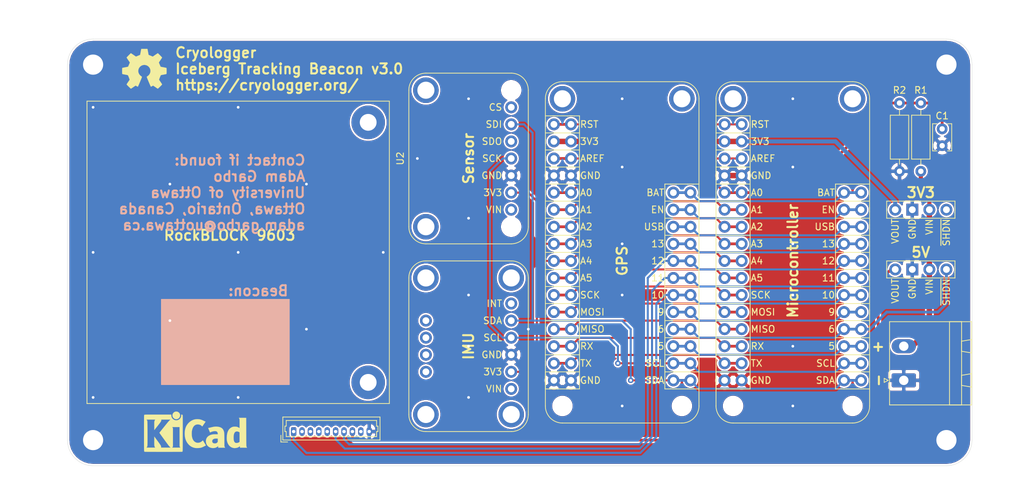
<source format=kicad_pcb>
(kicad_pcb (version 20171130) (host pcbnew "(5.1.9-0-10_14)")
  (layers (0 F.Cu signal) (31 B.Cu signal) (34 B.Paste user) (35 F.Paste user) (36 B.SilkS user) (37 F.SilkS user) (38 B.Mask user) (39 F.Mask user) (44 Edge.Cuts user))
  (net 0 "")
  (net 1 /RST)
  (net 2 /SCL)
  (net 3 /SDA)
  (net 4 /BAT)
  (net 5 /USB)
  (net 6 /EN)
  (net 7 /A4)
  (net 8 /MOSI)
  (net 9 /SCK)
  (net 10 /A5)
  (net 11 /RX0)
  (net 12 /MISO)
  (net 13 /TX1)
  (net 14 /A3)
  (net 15 /AREF)
  (net 16 /A0)
  (net 17 /A2)
  (net 18 /A1)
  (net 19 GND)
  (net 20 +BATT)
  (net 21 /D5)
  (net 22 /D9)
  (net 23 /D6)
  (net 24 /D10)
  (net 25 /D11)
  (net 26 /D13)
  (net 27 /D12)
  (net 28 /5V)
  (net 29 +3V3)
  (module Symbol:OSHW-Symbol_6.7x6mm_SilkScreen (layer F.Cu) (at 118.11 53.975)
    (fp_text reference REF** hide)
    (fp_text value OSHW-Symbol_6.7x6mm_SilkScreen hide)
  )
  (module Symbol:KiCad-Logo_6mm_SilkScreen (layer F.Cu) (at 125.73 107.95)
    (fp_text reference REF** hide)
    (fp_text value KiCad-Logo_6mm_SilkScreen hide)
  )
  (module Cryologger:RockBLOCK_9603_Footprint (layer F.Cu) (at 132.08 81.28 180)
    (fp_text reference U8)
    (fp_text value RockBLOCK_Footprint)
    (pad "" thru_hole circle (at -19.35 19.35 180) (size 4.99999 4.99999) (drill 2.5) (layers *.Cu *.Mask))
    (pad "" thru_hole circle (at -19.35 -19.35 180) (size 4.99999 4.99999) (drill 2.5) (layers *.Cu *.Mask))
  )
  (module Cryologger:Adafruit_Feather_Header_Double (layer F.Cu) (at 189.23 81.28)
    (fp_text reference U3)
    (fp_text value Adafruit_Feather_Header)
    (fp_text user RST (at -6.35 -19.05) (layer F.SilkS) (effects (justify left)))
    (fp_text user 3V3 (at -6.35 -16.51) (layer F.SilkS) (effects (justify left)))
    (fp_text user GND (at -6.35 -11.43) (layer F.SilkS) (effects (justify left)))
    (fp_text user BAT (at 6.35 -8.89) (layer F.SilkS) (effects (justify right)))
    (fp_text user EN (at 6.35 -6.35) (layer F.SilkS) (effects (justify right)))
    (fp_text user USB (at 6.35 -3.81) (layer F.SilkS) (effects (justify right)))
    (fp_text user SCL (at 6.35 16.51) (layer F.SilkS) (effects (justify right)))
    (fp_text user SDA (at 6.35 19.05) (layer F.SilkS) (effects (justify right)))
    (fp_text user TX (at -6.35 16.51) (layer F.SilkS) (effects (justify left)))
    (fp_text user RX (at -6.35 13.97) (layer F.SilkS) (effects (justify left)))
    (fp_text user MISO (at -6.35 11.43) (layer F.SilkS) (effects (justify left)))
    (fp_text user MOSI (at -6.35 8.89) (layer F.SilkS) (effects (justify left)))
    (fp_text user SCK (at -6.35 6.35) (layer F.SilkS) (effects (justify left)))
    (fp_text user AREF (at -6.35 -13.97) (layer F.SilkS) (effects (justify left)))
    (fp_text user A0 (at -6.35 -8.89) (layer F.SilkS) (effects (justify left)))
    (fp_text user A1 (at -6.35 -6.35) (layer F.SilkS) (effects (justify left)))
    (fp_text user A2 (at -6.35 -3.81) (layer F.SilkS) (effects (justify left)))
    (fp_text user A3 (at -6.35 -1.27) (layer F.SilkS) (effects (justify left)))
    (fp_text user A4 (at -6.35 1.27) (layer F.SilkS) (effects (justify left)))
    (fp_text user A5 (at -6.35 3.81) (layer F.SilkS) (effects (justify left)))
    (fp_text user GND (at -6.35 19.05) (layer F.SilkS) (effects (justify left)))
    (fp_text user 13 (at 6.35 -1.27) (layer F.SilkS) (effects (justify right)))
    (fp_text user 12 (at 6.35 1.27) (layer F.SilkS) (effects (justify right)))
    (fp_text user 11 (at 6.35 3.81) (layer F.SilkS) (effects (justify right)))
    (fp_text user 10 (at 6.35 6.35) (layer F.SilkS) (effects (justify right)))
    (fp_text user 9 (at 6.35 8.89) (layer F.SilkS) (effects (justify right)))
    (fp_text user 6 (at 6.35 11.43) (layer F.SilkS) (effects (justify right)))
    (fp_text user 5 (at 6.35 13.97) (layer F.SilkS) (effects (justify right)))
    (pad 1 thru_hole circle (at -10.16 -19.05) (size 1.778 1.778) (drill 1.016) (layers *.Cu *.Mask) (net 1 /RST))
    (pad "" thru_hole circle (at -8.89 -22.86) (size 3.81 3.81) (drill 2.54) (layers *.Cu *.Mask))
    (pad "" thru_hole circle (at 8.89 -22.86) (size 3.81 3.81) (drill 2.54) (layers *.Cu *.Mask))
    (pad "" np_thru_hole circle (at -8.89 22.86) (size 2.54 2.54) (drill 2.54) (layers *.Cu *.Mask))
    (pad "" np_thru_hole circle (at 8.89 22.86) (size 2.54 2.54) (drill 2.54) (layers *.Cu *.Mask))
    (pad 2 thru_hole circle (at -10.16 -16.51) (size 1.778 1.778) (drill 1) (layers *.Cu *.Mask) (net 29 +3V3))
    (pad 3 thru_hole circle (at -10.16 -13.97) (size 1.778 1.778) (drill 1) (layers *.Cu *.Mask) (net 15 /AREF))
    (pad 4 thru_hole circle (at -10.16 -11.43) (size 1.778 1.778) (drill 1) (layers *.Cu *.Mask) (net 19 GND))
    (pad 5 thru_hole circle (at -10.16 -8.89) (size 1.778 1.778) (drill 1) (layers *.Cu *.Mask) (net 16 /A0))
    (pad 6 thru_hole circle (at -10.16 -6.35) (size 1.778 1.778) (drill 1) (layers *.Cu *.Mask) (net 18 /A1))
    (pad 7 thru_hole circle (at -10.16 -3.81) (size 1.778 1.778) (drill 1) (layers *.Cu *.Mask) (net 17 /A2))
    (pad 8 thru_hole circle (at -10.16 -1.27) (size 1.778 1.778) (drill 1) (layers *.Cu *.Mask) (net 14 /A3))
    (pad 9 thru_hole circle (at -10.16 1.27) (size 1.778 1.778) (drill 1) (layers *.Cu *.Mask) (net 7 /A4))
    (pad 10 thru_hole circle (at -10.16 3.81) (size 1.778 1.778) (drill 1) (layers *.Cu *.Mask) (net 10 /A5))
    (pad 11 thru_hole circle (at -10.16 6.35) (size 1.778 1.778) (drill 1) (layers *.Cu *.Mask) (net 9 /SCK))
    (pad 12 thru_hole circle (at -10.16 8.89) (size 1.778 1.778) (drill 1) (layers *.Cu *.Mask) (net 8 /MOSI))
    (pad 13 thru_hole circle (at -10.16 11.43) (size 1.778 1.778) (drill 1) (layers *.Cu *.Mask) (net 12 /MISO))
    (pad 14 thru_hole circle (at -10.16 13.97) (size 1.778 1.778) (drill 1) (layers *.Cu *.Mask) (net 11 /RX0))
    (pad 15 thru_hole circle (at -10.16 16.51) (size 1.778 1.778) (drill 1) (layers *.Cu *.Mask) (net 13 /TX1))
    (pad 16 thru_hole circle (at -10.16 19.05) (size 1.778 1.778) (drill 1) (layers *.Cu *.Mask) (net 19 GND))
    (pad 17 thru_hole circle (at 10.16 -8.89) (size 1.778 1.778) (drill 1) (layers *.Cu *.Mask) (net 4 /BAT))
    (pad 18 thru_hole circle (at 10.16 -6.35) (size 1.778 1.778) (drill 1) (layers *.Cu *.Mask) (net 6 /EN))
    (pad 19 thru_hole circle (at 10.16 -3.81) (size 1.778 1.778) (drill 1) (layers *.Cu *.Mask) (net 5 /USB))
    (pad 20 thru_hole circle (at 10.16 -1.27) (size 1.778 1.778) (drill 1) (layers *.Cu *.Mask) (net 26 /D13))
    (pad 21 thru_hole circle (at 10.16 1.27) (size 1.778 1.778) (drill 1) (layers *.Cu *.Mask) (net 27 /D12))
    (pad 22 thru_hole circle (at 10.16 3.81) (size 1.778 1.778) (drill 1) (layers *.Cu *.Mask) (net 25 /D11))
    (pad 23 thru_hole circle (at 10.16 6.35) (size 1.778 1.778) (drill 1) (layers *.Cu *.Mask) (net 24 /D10))
    (pad 24 thru_hole circle (at 10.16 8.89) (size 1.778 1.778) (drill 1) (layers *.Cu *.Mask) (net 22 /D9))
    (pad 25 thru_hole circle (at 10.16 11.43) (size 1.778 1.778) (drill 1) (layers *.Cu *.Mask) (net 23 /D6))
    (pad 26 thru_hole circle (at 10.16 13.97) (size 1.778 1.778) (drill 1) (layers *.Cu *.Mask) (net 21 /D5))
    (pad 27 thru_hole circle (at 10.16 16.51) (size 1.778 1.778) (drill 1) (layers *.Cu *.Mask) (net 2 /SCL))
    (pad 28 thru_hole circle (at 10.16 19.05) (size 1.778 1.778) (drill 1) (layers *.Cu *.Mask) (net 3 /SDA))
    (pad 4 thru_hole circle (at -7.62 -11.43) (size 1.778 1.778) (drill 1) (layers *.Cu *.Mask) (net 19 GND))
    (pad 6 thru_hole circle (at -7.62 -6.35) (size 1.778 1.778) (drill 1) (layers *.Cu *.Mask) (net 18 /A1))
    (pad 7 thru_hole circle (at -7.62 -3.81) (size 1.778 1.778) (drill 1) (layers *.Cu *.Mask) (net 17 /A2))
    (pad 2 thru_hole circle (at -7.62 -16.51) (size 1.778 1.778) (drill 1) (layers *.Cu *.Mask) (net 29 +3V3))
    (pad 5 thru_hole circle (at -7.62 -8.89) (size 1.778 1.778) (drill 1) (layers *.Cu *.Mask) (net 16 /A0))
    (pad 3 thru_hole circle (at -7.62 -13.97) (size 1.778 1.778) (drill 1) (layers *.Cu *.Mask) (net 15 /AREF))
    (pad 8 thru_hole circle (at -7.62 -1.27) (size 1.778 1.778) (drill 1) (layers *.Cu *.Mask) (net 14 /A3))
    (pad 15 thru_hole circle (at -7.62 16.51) (size 1.778 1.778) (drill 1) (layers *.Cu *.Mask) (net 13 /TX1))
    (pad 16 thru_hole circle (at -7.62 19.05) (size 1.778 1.778) (drill 1) (layers *.Cu *.Mask) (net 19 GND))
    (pad 13 thru_hole circle (at -7.62 11.43) (size 1.778 1.778) (drill 1) (layers *.Cu *.Mask) (net 12 /MISO))
    (pad 14 thru_hole circle (at -7.62 13.97) (size 1.778 1.778) (drill 1) (layers *.Cu *.Mask) (net 11 /RX0))
    (pad 10 thru_hole circle (at -7.62 3.81) (size 1.778 1.778) (drill 1) (layers *.Cu *.Mask) (net 10 /A5))
    (pad 11 thru_hole circle (at -7.62 6.35) (size 1.778 1.778) (drill 1) (layers *.Cu *.Mask) (net 9 /SCK))
    (pad 12 thru_hole circle (at -7.62 8.89) (size 1.778 1.778) (drill 1) (layers *.Cu *.Mask) (net 8 /MOSI))
    (pad 9 thru_hole circle (at -7.62 1.27) (size 1.778 1.778) (drill 1) (layers *.Cu *.Mask) (net 7 /A4))
    (pad 1 thru_hole circle (at -7.62 -19.05) (size 1.778 1.778) (drill 1.016) (layers *.Cu *.Mask) (net 1 /RST))
    (pad 21 thru_hole circle (at 7.62 1.27) (size 1.778 1.778) (drill 1) (layers *.Cu *.Mask) (net 27 /D12))
    (pad 18 thru_hole circle (at 7.62 -6.35) (size 1.778 1.778) (drill 1) (layers *.Cu *.Mask) (net 6 /EN))
    (pad 20 thru_hole circle (at 7.62 -1.27) (size 1.778 1.778) (drill 1) (layers *.Cu *.Mask) (net 26 /D13))
    (pad 22 thru_hole circle (at 7.62 3.81) (size 1.778 1.778) (drill 1) (layers *.Cu *.Mask) (net 25 /D11))
    (pad 19 thru_hole circle (at 7.62 -3.81) (size 1.778 1.778) (drill 1) (layers *.Cu *.Mask) (net 5 /USB))
    (pad 17 thru_hole circle (at 7.62 -8.89) (size 1.778 1.778) (drill 1) (layers *.Cu *.Mask) (net 4 /BAT))
    (pad 23 thru_hole circle (at 7.62 6.35) (size 1.778 1.778) (drill 1) (layers *.Cu *.Mask) (net 24 /D10))
    (pad 25 thru_hole circle (at 7.62 11.43) (size 1.778 1.778) (drill 1) (layers *.Cu *.Mask) (net 23 /D6))
    (pad 24 thru_hole circle (at 7.62 8.89) (size 1.778 1.778) (drill 1) (layers *.Cu *.Mask) (net 22 /D9))
    (pad 28 thru_hole circle (at 7.62 19.05) (size 1.778 1.778) (drill 1) (layers *.Cu *.Mask) (net 3 /SDA))
    (pad 26 thru_hole circle (at 7.62 13.97) (size 1.778 1.778) (drill 1) (layers *.Cu *.Mask) (net 21 /D5))
    (pad 27 thru_hole circle (at 7.62 16.51) (size 1.778 1.778) (drill 1) (layers *.Cu *.Mask) (net 2 /SCL))
  )
  (module Cryologger:Adafruit_Feather_Header_Double (layer F.Cu) (at 214.63 81.28)
    (fp_text reference U4)
    (fp_text value Adafruit_Feather_Header)
    (fp_text user 5 (at 6.35 13.97) (layer F.SilkS) (effects (justify right)))
    (fp_text user 6 (at 6.35 11.43) (layer F.SilkS) (effects (justify right)))
    (fp_text user 9 (at 6.35 8.89) (layer F.SilkS) (effects (justify right)))
    (fp_text user 10 (at 6.35 6.35) (layer F.SilkS) (effects (justify right)))
    (fp_text user 11 (at 6.35 3.81) (layer F.SilkS) (effects (justify right)))
    (fp_text user 12 (at 6.35 1.27) (layer F.SilkS) (effects (justify right)))
    (fp_text user 13 (at 6.35 -1.27) (layer F.SilkS) (effects (justify right)))
    (fp_text user GND (at -6.35 19.05) (layer F.SilkS) (effects (justify left)))
    (fp_text user A5 (at -6.35 3.81) (layer F.SilkS) (effects (justify left)))
    (fp_text user A4 (at -6.35 1.27) (layer F.SilkS) (effects (justify left)))
    (fp_text user A3 (at -6.35 -1.27) (layer F.SilkS) (effects (justify left)))
    (fp_text user A2 (at -6.35 -3.81) (layer F.SilkS) (effects (justify left)))
    (fp_text user A1 (at -6.35 -6.35) (layer F.SilkS) (effects (justify left)))
    (fp_text user A0 (at -6.35 -8.89) (layer F.SilkS) (effects (justify left)))
    (fp_text user AREF (at -6.35 -13.97) (layer F.SilkS) (effects (justify left)))
    (fp_text user SCK (at -6.35 6.35) (layer F.SilkS) (effects (justify left)))
    (fp_text user MOSI (at -6.35 8.89) (layer F.SilkS) (effects (justify left)))
    (fp_text user MISO (at -6.35 11.43) (layer F.SilkS) (effects (justify left)))
    (fp_text user RX (at -6.35 13.97) (layer F.SilkS) (effects (justify left)))
    (fp_text user TX (at -6.35 16.51) (layer F.SilkS) (effects (justify left)))
    (fp_text user SDA (at 6.35 19.05) (layer F.SilkS) (effects (justify right)))
    (fp_text user SCL (at 6.35 16.51) (layer F.SilkS) (effects (justify right)))
    (fp_text user USB (at 6.35 -3.81) (layer F.SilkS) (effects (justify right)))
    (fp_text user EN (at 6.35 -6.35) (layer F.SilkS) (effects (justify right)))
    (fp_text user BAT (at 6.35 -8.89) (layer F.SilkS) (effects (justify right)))
    (fp_text user GND (at -6.35 -11.43) (layer F.SilkS) (effects (justify left)))
    (fp_text user 3V3 (at -6.35 -16.51) (layer F.SilkS) (effects (justify left)))
    (fp_text user RST (at -6.35 -19.05) (layer F.SilkS) (effects (justify left)))
    (pad 27 thru_hole circle (at 7.62 16.51) (size 1.778 1.778) (drill 1) (layers *.Cu *.Mask) (net 2 /SCL))
    (pad 26 thru_hole circle (at 7.62 13.97) (size 1.778 1.778) (drill 1) (layers *.Cu *.Mask) (net 21 /D5))
    (pad 28 thru_hole circle (at 7.62 19.05) (size 1.778 1.778) (drill 1) (layers *.Cu *.Mask) (net 3 /SDA))
    (pad 24 thru_hole circle (at 7.62 8.89) (size 1.778 1.778) (drill 1) (layers *.Cu *.Mask) (net 22 /D9))
    (pad 25 thru_hole circle (at 7.62 11.43) (size 1.778 1.778) (drill 1) (layers *.Cu *.Mask) (net 23 /D6))
    (pad 23 thru_hole circle (at 7.62 6.35) (size 1.778 1.778) (drill 1) (layers *.Cu *.Mask) (net 24 /D10))
    (pad 17 thru_hole circle (at 7.62 -8.89) (size 1.778 1.778) (drill 1) (layers *.Cu *.Mask) (net 4 /BAT))
    (pad 19 thru_hole circle (at 7.62 -3.81) (size 1.778 1.778) (drill 1) (layers *.Cu *.Mask) (net 5 /USB))
    (pad 22 thru_hole circle (at 7.62 3.81) (size 1.778 1.778) (drill 1) (layers *.Cu *.Mask) (net 25 /D11))
    (pad 20 thru_hole circle (at 7.62 -1.27) (size 1.778 1.778) (drill 1) (layers *.Cu *.Mask) (net 26 /D13))
    (pad 18 thru_hole circle (at 7.62 -6.35) (size 1.778 1.778) (drill 1) (layers *.Cu *.Mask) (net 6 /EN))
    (pad 21 thru_hole circle (at 7.62 1.27) (size 1.778 1.778) (drill 1) (layers *.Cu *.Mask) (net 27 /D12))
    (pad 1 thru_hole circle (at -7.62 -19.05) (size 1.778 1.778) (drill 1.016) (layers *.Cu *.Mask) (net 1 /RST))
    (pad 9 thru_hole circle (at -7.62 1.27) (size 1.778 1.778) (drill 1) (layers *.Cu *.Mask) (net 7 /A4))
    (pad 12 thru_hole circle (at -7.62 8.89) (size 1.778 1.778) (drill 1) (layers *.Cu *.Mask) (net 8 /MOSI))
    (pad 11 thru_hole circle (at -7.62 6.35) (size 1.778 1.778) (drill 1) (layers *.Cu *.Mask) (net 9 /SCK))
    (pad 10 thru_hole circle (at -7.62 3.81) (size 1.778 1.778) (drill 1) (layers *.Cu *.Mask) (net 10 /A5))
    (pad 14 thru_hole circle (at -7.62 13.97) (size 1.778 1.778) (drill 1) (layers *.Cu *.Mask) (net 11 /RX0))
    (pad 13 thru_hole circle (at -7.62 11.43) (size 1.778 1.778) (drill 1) (layers *.Cu *.Mask) (net 12 /MISO))
    (pad 16 thru_hole circle (at -7.62 19.05) (size 1.778 1.778) (drill 1) (layers *.Cu *.Mask) (net 19 GND))
    (pad 15 thru_hole circle (at -7.62 16.51) (size 1.778 1.778) (drill 1) (layers *.Cu *.Mask) (net 13 /TX1))
    (pad 8 thru_hole circle (at -7.62 -1.27) (size 1.778 1.778) (drill 1) (layers *.Cu *.Mask) (net 14 /A3))
    (pad 3 thru_hole circle (at -7.62 -13.97) (size 1.778 1.778) (drill 1) (layers *.Cu *.Mask) (net 15 /AREF))
    (pad 5 thru_hole circle (at -7.62 -8.89) (size 1.778 1.778) (drill 1) (layers *.Cu *.Mask) (net 16 /A0))
    (pad 2 thru_hole circle (at -7.62 -16.51) (size 1.778 1.778) (drill 1) (layers *.Cu *.Mask) (net 29 +3V3))
    (pad 7 thru_hole circle (at -7.62 -3.81) (size 1.778 1.778) (drill 1) (layers *.Cu *.Mask) (net 17 /A2))
    (pad 6 thru_hole circle (at -7.62 -6.35) (size 1.778 1.778) (drill 1) (layers *.Cu *.Mask) (net 18 /A1))
    (pad 4 thru_hole circle (at -7.62 -11.43) (size 1.778 1.778) (drill 1) (layers *.Cu *.Mask) (net 19 GND))
    (pad 28 thru_hole circle (at 10.16 19.05) (size 1.778 1.778) (drill 1) (layers *.Cu *.Mask) (net 3 /SDA))
    (pad 27 thru_hole circle (at 10.16 16.51) (size 1.778 1.778) (drill 1) (layers *.Cu *.Mask) (net 2 /SCL))
    (pad 26 thru_hole circle (at 10.16 13.97) (size 1.778 1.778) (drill 1) (layers *.Cu *.Mask) (net 21 /D5))
    (pad 25 thru_hole circle (at 10.16 11.43) (size 1.778 1.778) (drill 1) (layers *.Cu *.Mask) (net 23 /D6))
    (pad 24 thru_hole circle (at 10.16 8.89) (size 1.778 1.778) (drill 1) (layers *.Cu *.Mask) (net 22 /D9))
    (pad 23 thru_hole circle (at 10.16 6.35) (size 1.778 1.778) (drill 1) (layers *.Cu *.Mask) (net 24 /D10))
    (pad 22 thru_hole circle (at 10.16 3.81) (size 1.778 1.778) (drill 1) (layers *.Cu *.Mask) (net 25 /D11))
    (pad 21 thru_hole circle (at 10.16 1.27) (size 1.778 1.778) (drill 1) (layers *.Cu *.Mask) (net 27 /D12))
    (pad 20 thru_hole circle (at 10.16 -1.27) (size 1.778 1.778) (drill 1) (layers *.Cu *.Mask) (net 26 /D13))
    (pad 19 thru_hole circle (at 10.16 -3.81) (size 1.778 1.778) (drill 1) (layers *.Cu *.Mask) (net 5 /USB))
    (pad 18 thru_hole circle (at 10.16 -6.35) (size 1.778 1.778) (drill 1) (layers *.Cu *.Mask) (net 6 /EN))
    (pad 17 thru_hole circle (at 10.16 -8.89) (size 1.778 1.778) (drill 1) (layers *.Cu *.Mask) (net 4 /BAT))
    (pad 16 thru_hole circle (at -10.16 19.05) (size 1.778 1.778) (drill 1) (layers *.Cu *.Mask) (net 19 GND))
    (pad 15 thru_hole circle (at -10.16 16.51) (size 1.778 1.778) (drill 1) (layers *.Cu *.Mask) (net 13 /TX1))
    (pad 14 thru_hole circle (at -10.16 13.97) (size 1.778 1.778) (drill 1) (layers *.Cu *.Mask) (net 11 /RX0))
    (pad 13 thru_hole circle (at -10.16 11.43) (size 1.778 1.778) (drill 1) (layers *.Cu *.Mask) (net 12 /MISO))
    (pad 12 thru_hole circle (at -10.16 8.89) (size 1.778 1.778) (drill 1) (layers *.Cu *.Mask) (net 8 /MOSI))
    (pad 11 thru_hole circle (at -10.16 6.35) (size 1.778 1.778) (drill 1) (layers *.Cu *.Mask) (net 9 /SCK))
    (pad 10 thru_hole circle (at -10.16 3.81) (size 1.778 1.778) (drill 1) (layers *.Cu *.Mask) (net 10 /A5))
    (pad 9 thru_hole circle (at -10.16 1.27) (size 1.778 1.778) (drill 1) (layers *.Cu *.Mask) (net 7 /A4))
    (pad 8 thru_hole circle (at -10.16 -1.27) (size 1.778 1.778) (drill 1) (layers *.Cu *.Mask) (net 14 /A3))
    (pad 7 thru_hole circle (at -10.16 -3.81) (size 1.778 1.778) (drill 1) (layers *.Cu *.Mask) (net 17 /A2))
    (pad 6 thru_hole circle (at -10.16 -6.35) (size 1.778 1.778) (drill 1) (layers *.Cu *.Mask) (net 18 /A1))
    (pad 5 thru_hole circle (at -10.16 -8.89) (size 1.778 1.778) (drill 1) (layers *.Cu *.Mask) (net 16 /A0))
    (pad 4 thru_hole circle (at -10.16 -11.43) (size 1.778 1.778) (drill 1) (layers *.Cu *.Mask) (net 19 GND))
    (pad 3 thru_hole circle (at -10.16 -13.97) (size 1.778 1.778) (drill 1) (layers *.Cu *.Mask) (net 15 /AREF))
    (pad 2 thru_hole circle (at -10.16 -16.51) (size 1.778 1.778) (drill 1) (layers *.Cu *.Mask) (net 29 +3V3))
    (pad "" np_thru_hole circle (at 8.89 22.86) (size 2.54 2.54) (drill 2.54) (layers *.Cu *.Mask))
    (pad "" np_thru_hole circle (at -8.89 22.86) (size 2.54 2.54) (drill 2.54) (layers *.Cu *.Mask))
    (pad "" thru_hole circle (at 8.89 -22.86) (size 3.81 3.81) (drill 2.54) (layers *.Cu *.Mask))
    (pad "" thru_hole circle (at -8.89 -22.86) (size 3.81 3.81) (drill 2.54) (layers *.Cu *.Mask))
    (pad 1 thru_hole circle (at -10.16 -19.05) (size 1.778 1.778) (drill 1.016) (layers *.Cu *.Mask) (net 1 /RST))
  )
  (module Connector_Molex:Molex_PicoBlade_53047-1010_1x10_P1.25mm_Vertical (layer F.Cu) (at 140.335 107.95)
    (fp_text reference U5)
    (fp_text value ROCKBLOCK_9603)
    (pad 10 thru_hole oval (at 11.25 0) (size 0.8 1.3) (drill 0.5) (layers *.Cu *.Mask) (net 19 GND))
    (pad 9 thru_hole oval (at 10 0) (size 0.8 1.3) (drill 0.5) (layers *.Cu *.Mask))
    (pad 8 thru_hole oval (at 8.75 0) (size 0.8 1.3) (drill 0.5) (layers *.Cu *.Mask) (net 28 /5V))
    (pad 7 thru_hole oval (at 7.5 0) (size 0.8 1.3) (drill 0.5) (layers *.Cu *.Mask) (net 27 /D12))
    (pad 6 thru_hole oval (at 6.25 0) (size 0.8 1.3) (drill 0.5) (layers *.Cu *.Mask) (net 25 /D11))
    (pad 5 thru_hole oval (at 5 0) (size 0.8 1.3) (drill 0.5) (layers *.Cu *.Mask))
    (pad 4 thru_hole oval (at 3.75 0) (size 0.8 1.3) (drill 0.5) (layers *.Cu *.Mask))
    (pad 3 thru_hole oval (at 2.5 0) (size 0.8 1.3) (drill 0.5) (layers *.Cu *.Mask))
    (pad 2 thru_hole oval (at 1.25 0) (size 0.8 1.3) (drill 0.5) (layers *.Cu *.Mask))
    (pad 1 thru_hole roundrect (at 0 0) (size 0.8 1.3) (drill 0.5) (layers *.Cu *.Mask) (net 24 /D10))
  )
  (module MountingHole:MountingHole_3mm_Pad (layer F.Cu) (at 110.49 109.22)
    (fp_text reference H1)
    (fp_text value MountingHole_Pad)
    (pad 1 thru_hole circle (at 0 0) (size 6 6) (drill 3) (layers *.Cu *.Mask) (net 19 GND))
  )
  (module MountingHole:MountingHole_3mm_Pad (layer F.Cu) (at 110.49 53.34)
    (fp_text reference H2)
    (fp_text value MountingHole_Pad)
    (pad 1 thru_hole circle (at 0 0) (size 6 6) (drill 3) (layers *.Cu *.Mask) (net 19 GND))
  )
  (module MountingHole:MountingHole_3mm_Pad (layer F.Cu) (at 237.49 53.34)
    (fp_text reference H3)
    (fp_text value MountingHole_Pad)
    (pad 1 thru_hole circle (at 0 0) (size 6 6) (drill 3) (layers *.Cu *.Mask) (net 19 GND))
  )
  (module MountingHole:MountingHole_3mm_Pad (layer F.Cu) (at 237.49 109.22)
    (fp_text reference H4)
    (fp_text value MountingHole_Pad)
    (pad 1 thru_hole circle (at 0 0) (size 6 6) (drill 3) (layers *.Cu *.Mask) (net 19 GND))
  )
  (module Cryologger:Adafruit_LSM303AGR (layer F.Cu) (at 166.37 95.25 90)
    (fp_text reference U1)
    (fp_text value Adafruit_LSM303AGR)
    (fp_text user VIN (at -6.35 5.08) (layer F.SilkS) (effects (justify right)))
    (fp_text user 3V3 (at -3.81 5.08) (layer F.SilkS) (effects (justify right)))
    (fp_text user SDA (at 3.81 5.08) (layer F.SilkS) (effects (justify right)))
    (fp_text user GND (at -1.27 5.08) (layer F.SilkS) (effects (justify right)))
    (fp_text user SCL (at 1.27 5.08) (layer F.SilkS) (effects (justify right)))
    (fp_text user INT (at 6.35 5.08) (layer F.SilkS) (effects (justify right)))
    (pad "" np_thru_hole circle (at 10.16 -6.35 90) (size 3.81 3.81) (drill 2.54) (layers *.Cu *.Mask))
    (pad "" np_thru_hole circle (at -10.16 -6.35 90) (size 3.81 3.81) (drill 2.54) (layers *.Cu *.Mask))
    (pad "" np_thru_hole circle (at 10.16 6.35 90) (size 3.81 3.81) (drill 2.54) (layers *.Cu *.Mask))
    (pad "" np_thru_hole circle (at -10.16 6.35 90) (size 3.81 3.81) (drill 2.54) (layers *.Cu *.Mask))
    (pad 5 thru_hole circle (at 3.81 6.35 90) (size 1.778 1.778) (drill 1.016) (layers *.Cu *.Mask) (net 3 /SDA))
    (pad 6 thru_hole circle (at 6.35 6.35 90) (size 1.778 1.778) (drill 1.016) (layers *.Cu *.Mask))
    (pad 7 thru_hole circle (at -3.81 -6.35 90) (size 1.778 1.778) (drill 1.016) (layers *.Cu *.Mask))
    (pad 8 thru_hole circle (at -1.27 -6.35 90) (size 1.778 1.778) (drill 1.016) (layers *.Cu *.Mask))
    (pad 9 thru_hole circle (at 1.27 -6.35 90) (size 1.778 1.778) (drill 1.016) (layers *.Cu *.Mask))
    (pad 10 thru_hole circle (at 3.81 -6.35 90) (size 1.778 1.778) (drill 1.016) (layers *.Cu *.Mask))
    (pad 1 thru_hole circle (at -6.35 6.35 90) (size 1.778 1.778) (drill 1.016) (layers *.Cu *.Mask))
    (pad 2 thru_hole circle (at -3.81 6.35 90) (size 1.778 1.778) (drill 1.016) (layers *.Cu *.Mask) (net 7 /A4))
    (pad 3 thru_hole circle (at -1.27 6.35 90) (size 1.778 1.778) (drill 1.016) (layers *.Cu *.Mask) (net 19 GND))
    (pad 4 thru_hole circle (at 1.27 6.35 90) (size 1.778 1.778) (drill 1.016) (layers *.Cu *.Mask) (net 2 /SCL))
  )
  (module Capacitor_THT:C_Disc_D3.8mm_W2.6mm_P2.50mm (layer F.Cu) (at 236.855 62.905 270)
    (fp_text reference C1 (at -1.945 0 180) (layer F.SilkS))
    (fp_text value C)
    (pad 2 thru_hole circle (at 2.5 0 270) (size 1.6 1.6) (drill 0.8) (layers *.Cu *.Mask) (net 19 GND))
    (pad 1 thru_hole circle (at 0 0 270) (size 1.6 1.6) (drill 0.8) (layers *.Cu *.Mask) (net 16 /A0))
  )
  (module Resistor_THT:R_Axial_DIN0207_L6.3mm_D2.5mm_P10.16mm_Horizontal (layer F.Cu) (at 233.68 69.215 90)
    (fp_text reference R1 (at 12.065 0 180) (layer F.SilkS))
    (fp_text value R_US)
    (pad 2 thru_hole oval (at 10.16 0 90) (size 1.6 1.6) (drill 0.8) (layers *.Cu *.Mask) (net 16 /A0))
    (pad 1 thru_hole circle (at 0 0 90) (size 1.6 1.6) (drill 0.8) (layers *.Cu *.Mask) (net 20 +BATT))
  )
  (module Resistor_THT:R_Axial_DIN0207_L6.3mm_D2.5mm_P10.16mm_Horizontal (layer F.Cu) (at 230.505 59.055 270)
    (fp_text reference R2 (at -1.905 0 180) (layer F.SilkS))
    (fp_text value R_US)
    (pad 2 thru_hole oval (at 10.16 0 270) (size 1.6 1.6) (drill 0.8) (layers *.Cu *.Mask) (net 19 GND))
    (pad 1 thru_hole circle (at 0 0 270) (size 1.6 1.6) (drill 0.8) (layers *.Cu *.Mask) (net 16 /A0))
  )
  (module Cryologger:Pololu_D36V6_Vertical (layer F.Cu) (at 233.68 74.93)
    (fp_text reference U6)
    (fp_text value Pololu_D36V6)
    (fp_text user ~SHDN (at 3.81 1.27 90 unlocked) (layer F.SilkS) (effects (justify right)))
    (fp_text user VIN (at 1.27 1.27 90 unlocked) (layer F.SilkS) (effects (justify right)))
    (fp_text user GND (at -1.27 1.27 90 unlocked) (layer F.SilkS) (effects (justify right)))
    (fp_text user VOUT (at -3.81 1.27 90 unlocked) (layer F.SilkS) (effects (justify right)))
    (pad 4 thru_hole circle (at 3.81 0) (size 1.778 1.778) (drill 1.016) (layers *.Cu *.Mask))
    (pad 3 thru_hole circle (at 1.27 0) (size 1.778 1.778) (drill 1.016) (layers *.Cu *.Mask) (net 20 +BATT))
    (pad 2 thru_hole rect (at -1.27 0) (size 1.778 1.778) (drill 1.016) (layers *.Cu *.Mask) (net 19 GND))
    (pad 1 thru_hole circle (at -3.81 0) (size 1.778 1.778) (drill 1.016) (layers *.Cu *.Mask) (net 29 +3V3))
  )
  (module Cryologger:Pololu_D36V6_Vertical (layer F.Cu) (at 233.68 83.82)
    (fp_text reference U7)
    (fp_text value Pololu_D36V6)
    (fp_text user VOUT (at -3.81 1.27 90 unlocked) (layer F.SilkS) (effects (justify right)))
    (fp_text user GND (at -1.27 1.27 90 unlocked) (layer F.SilkS) (effects (justify right)))
    (fp_text user VIN (at 1.27 1.27 90 unlocked) (layer F.SilkS) (effects (justify right)))
    (fp_text user ~SHDN (at 3.81 1.27 90 unlocked) (layer F.SilkS) (effects (justify right)))
    (pad 1 thru_hole circle (at -3.81 0) (size 1.778 1.778) (drill 1.016) (layers *.Cu *.Mask) (net 28 /5V))
    (pad 2 thru_hole rect (at -1.27 0) (size 1.778 1.778) (drill 1.016) (layers *.Cu *.Mask) (net 19 GND))
    (pad 3 thru_hole circle (at 1.27 0) (size 1.778 1.778) (drill 1.016) (layers *.Cu *.Mask) (net 20 +BATT))
    (pad 4 thru_hole circle (at 3.81 0) (size 1.778 1.778) (drill 1.016) (layers *.Cu *.Mask) (net 23 /D6))
  )
  (module Cryologger:Adafruit_DPS310 (layer F.Cu) (at 166.37 67.31 90)
    (fp_text reference U2 (at 0 -10.16 90) (layer F.SilkS))
    (fp_text value Adafruit_DPS310)
    (fp_text user VIN (at -7.62 5.08) (layer F.SilkS) (effects (justify right)))
    (fp_text user 3V3 (at -5.08 5.08) (layer F.SilkS) (effects (justify right)))
    (fp_text user SDO (at 2.54 5.08) (layer F.SilkS) (effects (justify right)))
    (fp_text user GND (at -2.54 5.08) (layer F.SilkS) (effects (justify right)))
    (fp_text user SCK (at 0 5.08) (layer F.SilkS) (effects (justify right)))
    (fp_text user SDI (at 5.08 5.08) (layer F.SilkS) (effects (justify right)))
    (fp_text user CS (at 7.62 5.08) (layer F.SilkS) (effects (justify right)))
    (pad 4 thru_hole circle (at 0 6.35 90) (size 1.778 1.778) (drill 1.016) (layers *.Cu *.Mask) (net 2 /SCL))
    (pad "" np_thru_hole circle (at -10.16 -6.35 90) (size 3.81 3.81) (drill 2.54) (layers *.Cu *.Mask))
    (pad 3 thru_hole circle (at -2.54 6.35 90) (size 1.778 1.778) (drill 1.016) (layers *.Cu *.Mask) (net 19 GND))
    (pad "" np_thru_hole circle (at -10.16 6.35 90) (size 2.54 2.54) (drill 2.54) (layers *.Cu *.Mask))
    (pad "" np_thru_hole circle (at 10.16 6.35 90) (size 2.54 2.54) (drill 2.54) (layers *.Cu *.Mask))
    (pad 2 thru_hole circle (at -5.08 6.35 90) (size 1.778 1.778) (drill 1.016) (layers *.Cu *.Mask) (net 14 /A3))
    (pad 1 thru_hole circle (at -7.62 6.35 90) (size 1.778 1.778) (drill 1.016) (layers *.Cu *.Mask))
    (pad 5 thru_hole circle (at 2.54 6.35 90) (size 1.778 1.778) (drill 1.016) (layers *.Cu *.Mask))
    (pad "" np_thru_hole circle (at 10.16 -6.35 90) (size 3.81 3.81) (drill 2.54) (layers *.Cu *.Mask))
    (pad 6 thru_hole circle (at 5.08 6.35 90) (size 1.778 1.778) (drill 1.016) (layers *.Cu *.Mask) (net 3 /SDA))
    (pad 7 thru_hole circle (at 7.62 6.35 90) (size 1.778 1.778) (drill 1.016) (layers *.Cu *.Mask))
  )
  (module Connector_Phoenix_MSTB:PhoenixContact_MSTBA_2,5_2-G-5,08_1x02_P5.08mm_Horizontal (layer F.Cu) (at 231.14 100.33 90)
    (fp_text reference J1)
    (fp_text value Screw_Terminal_01x02)
    (pad 1 thru_hole roundrect (at 0 0 90) (size 2.08 3.6) (drill 1.4) (layers *.Cu *.Mask) (roundrect_rratio 0.1201918269230769) (net 19 GND))
    (pad 2 thru_hole oval (at 5.08 0 90) (size 2.08 3.6) (drill 1.4) (layers *.Cu *.Mask) (net 20 +BATT))
  )
  (gr_text + (at 227.33 95.25) (layer F.SilkS) (effects (font (size 1.5 1.5) (thickness 0.3))))
  (gr_text - (at 227.33 100.33 90) (layer F.SilkS) (effects (font (size 1.5 1.5) (thickness 0.3))))
  (gr_text "Contact if found:\nAdam Garbo\nUniversity of Ottawa\nOttawa, Ontario, Canada\nadam.garbo@uottawa.ca" (at 142.24 72.39) (layer B.SilkS) (effects (font (size 1.5 1.5) (thickness 0.3)) (justify left mirror)))
  (gr_text Beacon: (at 139.7 86.995) (layer B.SilkS) (effects (font (size 1.5 1.5) (thickness 0.3)) (justify left mirror)))
  (gr_poly (pts (xy 139.7 100.965) (xy 120.65 100.965) (xy 120.65 88.265) (xy 139.7 88.265)) (layer B.SilkS) (width 0.1))
  (gr_text "Cryologger\nIceberg Tracking Beacon v3.0\nhttps://cryologger.org/" (at 122.555 53.975) (layer F.SilkS) (effects (font (size 1.5 1.5) (thickness 0.3)) (justify left)))
  (gr_text 3V3 (at 233.68 72.39) (layer F.SilkS) (effects (font (size 1.5 1.5) (thickness 0.3))))
  (gr_text 5V (at 233.68 81.28) (layer F.SilkS) (effects (font (size 1.5 1.5) (thickness 0.3))))
  (gr_text IMU (at 166.37 95.25 90) (layer F.SilkS) (effects (font (size 1.5 1.5) (thickness 0.3))))
  (gr_text Sensor (at 166.37 67.31 90) (layer F.SilkS) (effects (font (size 1.5 1.5) (thickness 0.3))))
  (gr_text GPS (at 189.23 82.55 90) (layer F.SilkS) (effects (font (size 1.5 1.5) (thickness 0.3))))
  (gr_text Microcontroller (at 214.63 82.55 90) (layer F.SilkS) (effects (font (size 1.5 1.5) (thickness 0.3))))
  (gr_text "RockBLOCK 9603" (at 130.81 78.74) (layer F.SilkS) (effects (font (size 1.5 1.5) (thickness 0.3))))
  (gr_arc (start 237.49 109.22) (end 237.49 113.03) (angle -90) (layer Edge.Cuts) (width 0.05))
  (gr_arc (start 237.49 53.34) (end 241.3 53.34) (angle -90) (layer Edge.Cuts) (width 0.05))
  (gr_arc (start 110.49 53.34) (end 110.49 49.53) (angle -90) (layer Edge.Cuts) (width 0.05))
  (gr_arc (start 110.49 109.22) (end 106.68 109.22) (angle -90) (layer Edge.Cuts) (width 0.05))
  (gr_line (start 106.68 109.22) (end 106.68 53.34) (layer Edge.Cuts) (width 0.05))
  (gr_line (start 237.49 113.03) (end 110.49 113.03) (layer Edge.Cuts) (width 0.05))
  (gr_line (start 241.3 53.34) (end 241.3 109.22) (layer Edge.Cuts) (width 0.05))
  (gr_line (start 110.49 49.53) (end 237.49 49.53) (layer Edge.Cuts) (width 0.05))
  (segment (start 179.07 62.23) (end 181.61 62.23) (width 0.4064) (layer F.Cu) (net 1))
  (segment (start 181.61 62.23) (end 204.47 62.23) (width 0.3048) (layer F.Cu) (net 1))
  (segment (start 204.47 62.23) (end 207.01 62.23) (width 0.3048) (layer F.Cu) (net 1))
  (segment (start 224.79 97.79) (end 222.25 97.79) (width 0.4064) (layer B.Cu) (net 2))
  (segment (start 222.25 97.79) (end 220.98 99.06) (width 0.3048) (layer B.Cu) (net 2))
  (segment (start 220.98 99.06) (end 200.66 99.06) (width 0.3048) (layer B.Cu) (net 2))
  (segment (start 200.66 99.06) (end 199.39 97.79) (width 0.3048) (layer B.Cu) (net 2))
  (segment (start 199.39 97.79) (end 196.85 97.79) (width 0.4064) (layer B.Cu) (net 2))
  (segment (start 172.72 93.98) (end 172.085 93.98) (width 0.3048) (layer B.Cu) (net 2))
  (via (at 188.595 97.79) (size 0.8) (drill 0.4) (layers F.Cu B.Cu) (net 2))
  (segment (start 196.85 97.79) (end 188.595 97.79) (width 0.3048) (layer F.Cu) (net 2))
  (segment (start 187.325 93.98) (end 172.72 93.98) (width 0.3048) (layer B.Cu) (net 2))
  (segment (start 188.595 95.25) (end 187.325 93.98) (width 0.3048) (layer B.Cu) (net 2))
  (segment (start 188.595 97.79) (end 188.595 95.25) (width 0.3048) (layer B.Cu) (net 2))
  (segment (start 169.545 92.075) (end 171.45 93.98) (width 0.3048) (layer B.Cu) (net 2))
  (segment (start 171.45 93.98) (end 172.72 93.98) (width 0.3048) (layer B.Cu) (net 2))
  (segment (start 169.545 92.075) (end 169.545 69.215) (width 0.3048) (layer B.Cu) (net 2))
  (segment (start 169.545 69.215) (end 171.45 67.31) (width 0.3048) (layer B.Cu) (net 2))
  (segment (start 171.45 67.31) (end 172.72 67.31) (width 0.3048) (layer B.Cu) (net 2))
  (segment (start 224.79 100.33) (end 222.25 100.33) (width 0.4064) (layer B.Cu) (net 3))
  (segment (start 221.008599 101.571401) (end 200.631401 101.571401) (width 0.3048) (layer B.Cu) (net 3))
  (segment (start 222.25 100.33) (end 221.008599 101.571401) (width 0.3048) (layer B.Cu) (net 3))
  (segment (start 200.631401 101.571401) (end 199.39 100.33) (width 0.3048) (layer B.Cu) (net 3))
  (segment (start 199.39 100.33) (end 196.85 100.33) (width 0.4064) (layer B.Cu) (net 3))
  (via (at 190.5 100.33) (size 0.8) (drill 0.4) (layers F.Cu B.Cu) (net 3))
  (segment (start 173.355 62.23) (end 172.72 62.23) (width 0.3048) (layer B.Cu) (net 3))
  (segment (start 172.72 62.23) (end 174.625 62.23) (width 0.3048) (layer B.Cu) (net 3))
  (segment (start 174.625 62.23) (end 175.895 63.5) (width 0.3048) (layer B.Cu) (net 3))
  (segment (start 175.895 63.5) (end 175.895 91.44) (width 0.3048) (layer B.Cu) (net 3))
  (segment (start 196.85 100.33) (end 190.5 100.33) (width 0.3048) (layer F.Cu) (net 3))
  (segment (start 190.5 92.71) (end 189.23 91.44) (width 0.3048) (layer B.Cu) (net 3))
  (segment (start 189.23 91.44) (end 172.72 91.44) (width 0.3048) (layer B.Cu) (net 3))
  (segment (start 190.5 100.33) (end 190.5 92.71) (width 0.3048) (layer B.Cu) (net 3))
  (segment (start 224.79 72.39) (end 222.25 72.39) (width 0.4064) (layer B.Cu) (net 4))
  (segment (start 222.25 72.39) (end 220.98 73.66) (width 0.3048) (layer B.Cu) (net 4))
  (segment (start 220.98 73.66) (end 200.66 73.66) (width 0.3048) (layer B.Cu) (net 4))
  (segment (start 200.66 73.66) (end 199.39 72.39) (width 0.3048) (layer B.Cu) (net 4))
  (segment (start 199.39 72.39) (end 196.85 72.39) (width 0.4064) (layer B.Cu) (net 4))
  (segment (start 224.79 77.47) (end 222.25 77.47) (width 0.4064) (layer B.Cu) (net 5))
  (segment (start 199.39 77.47) (end 196.85 77.47) (width 0.4064) (layer B.Cu) (net 5))
  (segment (start 222.25 77.47) (end 220.98 78.74) (width 0.3048) (layer B.Cu) (net 5))
  (segment (start 220.98 78.74) (end 200.66 78.74) (width 0.3048) (layer B.Cu) (net 5))
  (segment (start 200.66 78.74) (end 199.39 77.47) (width 0.3048) (layer B.Cu) (net 5))
  (segment (start 224.79 74.93) (end 222.25 74.93) (width 0.4064) (layer B.Cu) (net 6))
  (segment (start 222.25 74.93) (end 220.98 76.2) (width 0.3048) (layer B.Cu) (net 6))
  (segment (start 220.98 76.2) (end 200.66 76.2) (width 0.3048) (layer B.Cu) (net 6))
  (segment (start 200.66 76.2) (end 199.39 74.93) (width 0.3048) (layer B.Cu) (net 6))
  (segment (start 199.39 74.93) (end 196.85 74.93) (width 0.4064) (layer B.Cu) (net 6))
  (segment (start 179.07 82.55) (end 181.61 82.55) (width 0.4064) (layer F.Cu) (net 7))
  (segment (start 181.61 82.55) (end 182.88 81.28) (width 0.3048) (layer F.Cu) (net 7))
  (segment (start 182.88 81.28) (end 203.2 81.28) (width 0.3048) (layer F.Cu) (net 7))
  (segment (start 203.2 81.28) (end 204.47 82.55) (width 0.3048) (layer F.Cu) (net 7))
  (segment (start 204.47 82.55) (end 207.01 82.55) (width 0.4064) (layer F.Cu) (net 7))
  (segment (start 177.8 82.55) (end 179.07 82.55) (width 0.3048) (layer F.Cu) (net 7))
  (segment (start 176.53 83.82) (end 177.8 82.55) (width 0.3048) (layer F.Cu) (net 7))
  (segment (start 176.53 97.79) (end 176.53 83.82) (width 0.3048) (layer F.Cu) (net 7))
  (segment (start 175.26 99.06) (end 176.53 97.79) (width 0.3048) (layer F.Cu) (net 7))
  (segment (start 172.72 99.06) (end 175.26 99.06) (width 0.3048) (layer F.Cu) (net 7))
  (segment (start 179.07 90.17) (end 181.61 90.17) (width 0.4064) (layer F.Cu) (net 8))
  (segment (start 181.61 90.17) (end 182.88 88.9) (width 0.3048) (layer F.Cu) (net 8))
  (segment (start 182.88 88.9) (end 203.2 88.9) (width 0.3048) (layer F.Cu) (net 8))
  (segment (start 203.2 88.9) (end 204.47 90.17) (width 0.3048) (layer F.Cu) (net 8))
  (segment (start 204.47 90.17) (end 207.01 90.17) (width 0.4064) (layer F.Cu) (net 8))
  (segment (start 179.07 87.63) (end 181.61 87.63) (width 0.4064) (layer F.Cu) (net 9))
  (segment (start 181.61 87.63) (end 182.88 86.36) (width 0.3048) (layer F.Cu) (net 9))
  (segment (start 182.88 86.36) (end 203.2 86.36) (width 0.3048) (layer F.Cu) (net 9))
  (segment (start 203.2 86.36) (end 204.47 87.63) (width 0.3048) (layer F.Cu) (net 9))
  (segment (start 204.47 87.63) (end 207.01 87.63) (width 0.4064) (layer F.Cu) (net 9))
  (segment (start 179.07 85.09) (end 181.61 85.09) (width 0.4064) (layer F.Cu) (net 10))
  (segment (start 181.61 85.09) (end 182.88 83.82) (width 0.3048) (layer F.Cu) (net 10))
  (segment (start 182.88 83.82) (end 203.2 83.82) (width 0.3048) (layer F.Cu) (net 10))
  (segment (start 203.2 83.82) (end 204.47 85.09) (width 0.3048) (layer F.Cu) (net 10))
  (segment (start 204.47 85.09) (end 207.01 85.09) (width 0.4064) (layer F.Cu) (net 10))
  (segment (start 207.01 95.25) (end 204.47 95.25) (width 0.4064) (layer F.Cu) (net 11))
  (segment (start 203.228599 94.008599) (end 182.851401 94.008599) (width 0.3048) (layer F.Cu) (net 11))
  (segment (start 204.47 95.25) (end 203.228599 94.008599) (width 0.3048) (layer F.Cu) (net 11))
  (segment (start 182.851401 94.008599) (end 181.61 95.25) (width 0.3048) (layer F.Cu) (net 11))
  (segment (start 181.61 95.25) (end 179.07 95.25) (width 0.4064) (layer F.Cu) (net 11))
  (segment (start 179.07 92.71) (end 181.61 92.71) (width 0.4064) (layer F.Cu) (net 12))
  (segment (start 181.61 92.71) (end 182.88 91.44) (width 0.3048) (layer F.Cu) (net 12))
  (segment (start 182.88 91.44) (end 203.2 91.44) (width 0.3048) (layer F.Cu) (net 12))
  (segment (start 203.2 91.44) (end 204.47 92.71) (width 0.3048) (layer F.Cu) (net 12))
  (segment (start 204.47 92.71) (end 207.01 92.71) (width 0.4064) (layer F.Cu) (net 12))
  (segment (start 207.01 97.79) (end 204.47 97.79) (width 0.4064) (layer F.Cu) (net 13))
  (segment (start 203.228599 96.548599) (end 182.851401 96.548599) (width 0.3048) (layer F.Cu) (net 13))
  (segment (start 204.47 97.79) (end 203.228599 96.548599) (width 0.3048) (layer F.Cu) (net 13))
  (segment (start 182.851401 96.548599) (end 181.61 97.79) (width 0.3048) (layer F.Cu) (net 13))
  (segment (start 181.61 97.79) (end 179.07 97.79) (width 0.4064) (layer F.Cu) (net 13))
  (segment (start 179.07 80.01) (end 181.61 80.01) (width 0.4064) (layer F.Cu) (net 14))
  (segment (start 181.61 80.01) (end 182.88 78.74) (width 0.3048) (layer F.Cu) (net 14))
  (segment (start 182.88 78.74) (end 203.2 78.74) (width 0.3048) (layer F.Cu) (net 14))
  (segment (start 203.2 78.74) (end 204.47 80.01) (width 0.3048) (layer F.Cu) (net 14))
  (segment (start 204.47 80.01) (end 207.01 80.01) (width 0.4064) (layer F.Cu) (net 14))
  (segment (start 172.72 72.39) (end 173.99 72.39) (width 0.3048) (layer F.Cu) (net 14))
  (segment (start 173.99 72.39) (end 175.26 72.39) (width 0.3048) (layer F.Cu) (net 14))
  (segment (start 175.26 72.39) (end 176.53 73.66) (width 0.3048) (layer F.Cu) (net 14))
  (segment (start 176.53 73.66) (end 176.53 78.74) (width 0.3048) (layer F.Cu) (net 14))
  (segment (start 176.53 78.74) (end 177.8 80.01) (width 0.3048) (layer F.Cu) (net 14))
  (segment (start 177.8 80.01) (end 179.07 80.01) (width 0.3048) (layer F.Cu) (net 14))
  (segment (start 179.07 67.31) (end 181.61 67.31) (width 0.4064) (layer F.Cu) (net 15))
  (segment (start 181.61 67.31) (end 204.47 67.31) (width 0.3048) (layer F.Cu) (net 15))
  (segment (start 204.47 67.31) (end 207.01 67.31) (width 0.3048) (layer F.Cu) (net 15))
  (segment (start 204.47 72.39) (end 207.01 72.39) (width 0.4064) (layer F.Cu) (net 16))
  (segment (start 179.07 72.39) (end 181.61 72.39) (width 0.4064) (layer F.Cu) (net 16))
  (segment (start 181.61 72.39) (end 182.88 71.12) (width 0.3048) (layer F.Cu) (net 16))
  (segment (start 182.88 71.12) (end 203.2 71.12) (width 0.3048) (layer F.Cu) (net 16))
  (segment (start 203.2 71.12) (end 204.47 72.39) (width 0.3048) (layer F.Cu) (net 16))
  (segment (start 233.68 59.055) (end 234.95 59.055) (width 0.4064) (layer F.Cu) (net 16))
  (segment (start 234.95 59.055) (end 235.585 59.055) (width 0.4064) (layer F.Cu) (net 16))
  (segment (start 235.585 59.055) (end 236.855 60.325) (width 0.4064) (layer F.Cu) (net 16))
  (segment (start 236.855 60.325) (end 236.855 62.865) (width 0.4064) (layer F.Cu) (net 16))
  (segment (start 233.68 59.055) (end 230.505 59.055) (width 0.4064) (layer F.Cu) (net 16))
  (segment (start 207.01 72.39) (end 215.9 72.39) (width 0.4064) (layer F.Cu) (net 16))
  (segment (start 215.9 72.39) (end 229.235 59.055) (width 0.4064) (layer F.Cu) (net 16))
  (segment (start 229.235 59.055) (end 230.505 59.055) (width 0.4064) (layer F.Cu) (net 16))
  (segment (start 179.07 77.47) (end 181.61 77.47) (width 0.4064) (layer F.Cu) (net 17))
  (segment (start 181.61 77.47) (end 182.88 76.2) (width 0.3048) (layer F.Cu) (net 17))
  (segment (start 182.88 76.2) (end 203.2 76.2) (width 0.3048) (layer F.Cu) (net 17))
  (segment (start 203.2 76.2) (end 204.47 77.47) (width 0.3048) (layer F.Cu) (net 17))
  (segment (start 204.47 77.47) (end 207.01 77.47) (width 0.4064) (layer F.Cu) (net 17))
  (segment (start 179.07 74.93) (end 181.61 74.93) (width 0.4064) (layer F.Cu) (net 18))
  (segment (start 181.61 74.93) (end 182.88 73.66) (width 0.3048) (layer F.Cu) (net 18))
  (segment (start 182.88 73.66) (end 203.2 73.66) (width 0.3048) (layer F.Cu) (net 18))
  (segment (start 203.2 73.66) (end 204.47 74.93) (width 0.3048) (layer F.Cu) (net 18))
  (segment (start 204.47 74.93) (end 207.01 74.93) (width 0.4064) (layer F.Cu) (net 18))
  (segment (start 204.47 69.85) (end 207.01 69.85) (width 0.8128) (layer F.Cu) (net 19))
  (via (at 110.49 59.69) (size 0.8) (drill 0.4) (layers F.Cu B.Cu) (net 19))
  (via (at 132.08 81.28) (size 0.8) (drill 0.4) (layers F.Cu B.Cu) (net 19))
  (via (at 110.49 102.87) (size 0.8) (drill 0.4) (layers F.Cu B.Cu) (net 19))
  (via (at 166.37 67.31) (size 0.8) (drill 0.4) (layers F.Cu B.Cu) (net 19))
  (via (at 166.37 95.25) (size 0.8) (drill 0.4) (layers F.Cu B.Cu) (net 19))
  (via (at 142.24 71.12) (size 0.8) (drill 0.4) (layers F.Cu B.Cu) (net 19))
  (via (at 121.92 71.12) (size 0.8) (drill 0.4) (layers F.Cu B.Cu) (net 19))
  (via (at 121.92 91.44) (size 0.8) (drill 0.4) (layers F.Cu B.Cu) (net 19))
  (via (at 142.24 92.71) (size 0.8) (drill 0.4) (layers F.Cu B.Cu) (net 19))
  (via (at 166.37 58.42) (size 0.8) (drill 0.4) (layers F.Cu B.Cu) (net 19))
  (via (at 166.37 76.2) (size 0.8) (drill 0.4) (layers F.Cu B.Cu) (net 19))
  (via (at 166.37 87.63) (size 0.8) (drill 0.4) (layers F.Cu B.Cu) (net 19))
  (via (at 166.37 102.87) (size 0.8) (drill 0.4) (layers F.Cu B.Cu) (net 19))
  (via (at 189.23 58.42) (size 0.8) (drill 0.4) (layers F.Cu B.Cu) (net 19))
  (via (at 189.23 104.14) (size 0.8) (drill 0.4) (layers F.Cu B.Cu) (net 19))
  (via (at 153.67 81.28) (size 0.8) (drill 0.4) (layers F.Cu B.Cu) (net 19))
  (via (at 110.49 81.28) (size 0.8) (drill 0.4) (layers F.Cu B.Cu) (net 19))
  (via (at 158.75 67.31) (size 0.8) (drill 0.4) (layers F.Cu B.Cu) (net 19))
  (via (at 214.63 104.14) (size 0.8) (drill 0.4) (layers F.Cu B.Cu) (net 19))
  (via (at 214.63 58.42) (size 0.8) (drill 0.4) (layers F.Cu B.Cu) (net 19))
  (via (at 132.08 59.69) (size 0.8) (drill 0.4) (layers F.Cu B.Cu) (net 19))
  (via (at 132.08 102.87) (size 0.8) (drill 0.4) (layers F.Cu B.Cu) (net 19))
  (via (at 189.23 87.63) (size 0.8) (drill 0.4) (layers F.Cu B.Cu) (net 19))
  (via (at 214.63 87.63) (size 0.8) (drill 0.4) (layers F.Cu B.Cu) (net 19))
  (via (at 214.63 95.25) (size 0.8) (drill 0.4) (layers F.Cu B.Cu) (net 19))
  (via (at 214.63 80.01) (size 0.8) (drill 0.4) (layers F.Cu B.Cu) (net 19))
  (via (at 214.63 68.58) (size 0.8) (drill 0.4) (layers F.Cu B.Cu) (net 19))
  (via (at 189.23 68.58) (size 0.8) (drill 0.4) (layers F.Cu B.Cu) (net 19))
  (via (at 189.23 80.01) (size 0.8) (drill 0.4) (layers F.Cu B.Cu) (net 19))
  (via (at 175.26 92.71) (size 0.8) (drill 0.4) (layers F.Cu B.Cu) (net 19))
  (segment (start 234.95 92.71) (end 234.95 83.82) (width 0.8128) (layer F.Cu) (net 20))
  (segment (start 234.95 83.82) (end 234.95 74.93) (width 0.8128) (layer F.Cu) (net 20))
  (segment (start 233.68 69.215) (end 233.68 70.485) (width 0.6096) (layer F.Cu) (net 20))
  (segment (start 233.68 70.485) (end 233.68 72.39) (width 0.6096) (layer F.Cu) (net 20))
  (segment (start 233.68 72.39) (end 234.95 73.66) (width 0.6096) (layer F.Cu) (net 20))
  (segment (start 234.95 73.66) (end 234.95 74.93) (width 0.6096) (layer F.Cu) (net 20))
  (segment (start 232.41 95.25) (end 234.95 92.71) (width 0.8128) (layer F.Cu) (net 20))
  (segment (start 230.505 95.25) (end 232.41 95.25) (width 0.8128) (layer F.Cu) (net 20))
  (segment (start 224.79 95.25) (end 222.25 95.25) (width 0.4064) (layer B.Cu) (net 21))
  (segment (start 222.25 95.25) (end 220.98 96.52) (width 0.3048) (layer B.Cu) (net 21))
  (segment (start 220.98 96.52) (end 200.66 96.52) (width 0.3048) (layer B.Cu) (net 21))
  (segment (start 200.66 96.52) (end 199.39 95.25) (width 0.3048) (layer B.Cu) (net 21))
  (segment (start 199.39 95.25) (end 196.85 95.25) (width 0.4064) (layer B.Cu) (net 21))
  (segment (start 224.79 90.17) (end 222.25 90.17) (width 0.4064) (layer B.Cu) (net 22))
  (segment (start 222.25 90.17) (end 220.98 91.44) (width 0.3048) (layer B.Cu) (net 22))
  (segment (start 220.98 91.44) (end 200.66 91.44) (width 0.3048) (layer B.Cu) (net 22))
  (segment (start 200.66 91.44) (end 199.39 90.17) (width 0.3048) (layer B.Cu) (net 22))
  (segment (start 199.39 90.17) (end 196.85 90.17) (width 0.4064) (layer B.Cu) (net 22))
  (segment (start 224.79 92.71) (end 222.25 92.71) (width 0.4064) (layer B.Cu) (net 23))
  (segment (start 222.25 92.71) (end 220.98 93.98) (width 0.3048) (layer B.Cu) (net 23))
  (segment (start 220.98 93.98) (end 200.66 93.98) (width 0.3048) (layer B.Cu) (net 23))
  (segment (start 200.66 93.98) (end 199.39 92.71) (width 0.3048) (layer B.Cu) (net 23))
  (segment (start 199.39 92.71) (end 196.85 92.71) (width 0.4064) (layer B.Cu) (net 23))
  (segment (start 237.49 88.9) (end 237.49 83.82) (width 0.4064) (layer B.Cu) (net 23))
  (segment (start 228.6 90.17) (end 236.22 90.17) (width 0.4064) (layer B.Cu) (net 23))
  (segment (start 226.06 92.71) (end 228.6 90.17) (width 0.4064) (layer B.Cu) (net 23))
  (segment (start 236.22 90.17) (end 237.49 88.9) (width 0.4064) (layer B.Cu) (net 23))
  (segment (start 224.79 92.71) (end 226.06 92.71) (width 0.4064) (layer B.Cu) (net 23))
  (segment (start 224.79 87.63) (end 222.25 87.63) (width 0.4064) (layer B.Cu) (net 24))
  (segment (start 222.25 87.63) (end 220.98 88.9) (width 0.3048) (layer B.Cu) (net 24))
  (segment (start 220.98 88.9) (end 200.66 88.9) (width 0.3048) (layer B.Cu) (net 24))
  (segment (start 200.66 88.9) (end 199.39 87.63) (width 0.3048) (layer B.Cu) (net 24))
  (segment (start 199.39 87.63) (end 196.85 87.63) (width 0.4064) (layer B.Cu) (net 24))
  (segment (start 195.58 87.63) (end 196.85 87.63) (width 0.3048) (layer B.Cu) (net 24))
  (segment (start 194.31 88.9) (end 195.58 87.63) (width 0.3048) (layer B.Cu) (net 24))
  (segment (start 194.31 108.742818) (end 194.31 88.9) (width 0.3048) (layer B.Cu) (net 24))
  (segment (start 191.927818 111.125) (end 194.31 108.742818) (width 0.3048) (layer B.Cu) (net 24))
  (segment (start 142.24 111.125) (end 191.927818 111.125) (width 0.3048) (layer B.Cu) (net 24))
  (segment (start 140.335 109.22) (end 142.24 111.125) (width 0.3048) (layer B.Cu) (net 24))
  (segment (start 140.335 107.95) (end 140.335 109.22) (width 0.3048) (layer B.Cu) (net 24))
  (segment (start 224.79 85.09) (end 222.25 85.09) (width 0.4064) (layer B.Cu) (net 25))
  (segment (start 222.25 85.09) (end 220.98 86.36) (width 0.3048) (layer B.Cu) (net 25))
  (segment (start 220.98 86.36) (end 200.66 86.36) (width 0.3048) (layer B.Cu) (net 25))
  (segment (start 200.66 86.36) (end 199.39 85.09) (width 0.3048) (layer B.Cu) (net 25))
  (segment (start 199.39 85.09) (end 196.85 85.09) (width 0.4064) (layer B.Cu) (net 25))
  (segment (start 195.58 85.09) (end 196.85 85.09) (width 0.3048) (layer B.Cu) (net 25))
  (segment (start 193.675 86.995) (end 195.58 85.09) (width 0.3048) (layer B.Cu) (net 25))
  (segment (start 193.675 108.663909) (end 193.675 86.995) (width 0.3048) (layer B.Cu) (net 25))
  (segment (start 147.955 110.49) (end 191.848909 110.49) (width 0.3048) (layer B.Cu) (net 25))
  (segment (start 146.585 109.12) (end 147.955 110.49) (width 0.3048) (layer B.Cu) (net 25))
  (segment (start 191.848909 110.49) (end 193.675 108.663909) (width 0.3048) (layer B.Cu) (net 25))
  (segment (start 146.585 107.95) (end 146.585 109.12) (width 0.3048) (layer B.Cu) (net 25))
  (segment (start 224.79 80.01) (end 222.25 80.01) (width 0.4064) (layer B.Cu) (net 26))
  (segment (start 222.25 80.01) (end 220.98 81.28) (width 0.3048) (layer B.Cu) (net 26))
  (segment (start 220.98 81.28) (end 200.66 81.28) (width 0.3048) (layer B.Cu) (net 26))
  (segment (start 200.66 81.28) (end 199.39 80.01) (width 0.3048) (layer B.Cu) (net 26))
  (segment (start 199.39 80.01) (end 196.85 80.01) (width 0.4064) (layer B.Cu) (net 26))
  (segment (start 224.79 82.55) (end 222.25 82.55) (width 0.4064) (layer B.Cu) (net 27))
  (segment (start 222.25 82.55) (end 220.98 83.82) (width 0.3048) (layer B.Cu) (net 27))
  (segment (start 220.98 83.82) (end 200.66 83.82) (width 0.3048) (layer B.Cu) (net 27))
  (segment (start 200.66 83.82) (end 199.39 82.55) (width 0.3048) (layer B.Cu) (net 27))
  (segment (start 199.39 82.55) (end 196.85 82.55) (width 0.4064) (layer B.Cu) (net 27))
  (segment (start 195.58 82.55) (end 196.85 82.55) (width 0.3048) (layer B.Cu) (net 27))
  (segment (start 193.04 85.09) (end 195.58 82.55) (width 0.3048) (layer B.Cu) (net 27))
  (segment (start 191.77 109.855) (end 193.04 108.585) (width 0.3048) (layer B.Cu) (net 27))
  (segment (start 148.59 109.855) (end 191.77 109.855) (width 0.3048) (layer B.Cu) (net 27))
  (segment (start 193.04 108.585) (end 193.04 85.09) (width 0.3048) (layer B.Cu) (net 27))
  (segment (start 147.835 109.1) (end 148.59 109.855) (width 0.3048) (layer B.Cu) (net 27))
  (segment (start 147.835 107.95) (end 147.835 109.1) (width 0.3048) (layer B.Cu) (net 27))
  (segment (start 149.085 107.95) (end 149.085 108.229594) (width 0.6096) (layer F.Cu) (net 28))
  (segment (start 149.352 109.22) (end 149.098 108.966) (width 0.4064) (layer F.Cu) (net 28))
  (segment (start 149.098 108.966) (end 149.098 107.95) (width 0.4064) (layer F.Cu) (net 28))
  (segment (start 229.87 83.82) (end 229.235 83.82) (width 0.4064) (layer F.Cu) (net 28))
  (segment (start 229.235 83.82) (end 227.33 85.725) (width 0.4064) (layer F.Cu) (net 28))
  (segment (start 227.33 106.68) (end 224.79 109.22) (width 0.4064) (layer F.Cu) (net 28))
  (segment (start 227.33 85.725) (end 227.33 106.68) (width 0.4064) (layer F.Cu) (net 28))
  (segment (start 224.79 109.22) (end 149.352 109.22) (width 0.4064) (layer F.Cu) (net 28))
  (segment (start 204.47 64.77) (end 181.61 64.77) (width 0.8128) (layer F.Cu) (net 29))
  (segment (start 181.61 64.77) (end 179.07 64.77) (width 0.8128) (layer F.Cu) (net 29))
  (segment (start 204.47 64.77) (end 207.01 64.77) (width 0.8128) (layer F.Cu) (net 29))
  (segment (start 229.87 74.93) (end 229.87 73.66) (width 0.6096) (layer B.Cu) (net 29))
  (segment (start 229.87 73.66) (end 220.98 64.77) (width 0.6096) (layer B.Cu) (net 29))
  (segment (start 220.98 64.77) (end 207.01 64.77) (width 0.6096) (layer B.Cu) (net 29))
  (zone (net 19) (net_name GND) (layer F.Cu) (connect_pads (clearance 0.254)) (min_thickness 0.254) (fill yes (arc_segments 32) (thermal_gap 0.508) (thermal_bridge_width 0.508))
    (polygon (pts (xy 241.3 113.03) (xy 106.68 113.03) (xy 106.68 49.53) (xy 241.3 49.53)))
  )
  (zone (net 19) (net_name GND) (layer B.Cu) (connect_pads (clearance 0.254)) (min_thickness 0.254) (fill yes (arc_segments 32) (thermal_gap 0.508) (thermal_bridge_width 0.508))
    (polygon (pts (xy 241.3 113.03) (xy 106.68 113.03) (xy 106.68 49.53) (xy 241.3 49.53)))
  )
)
</source>
